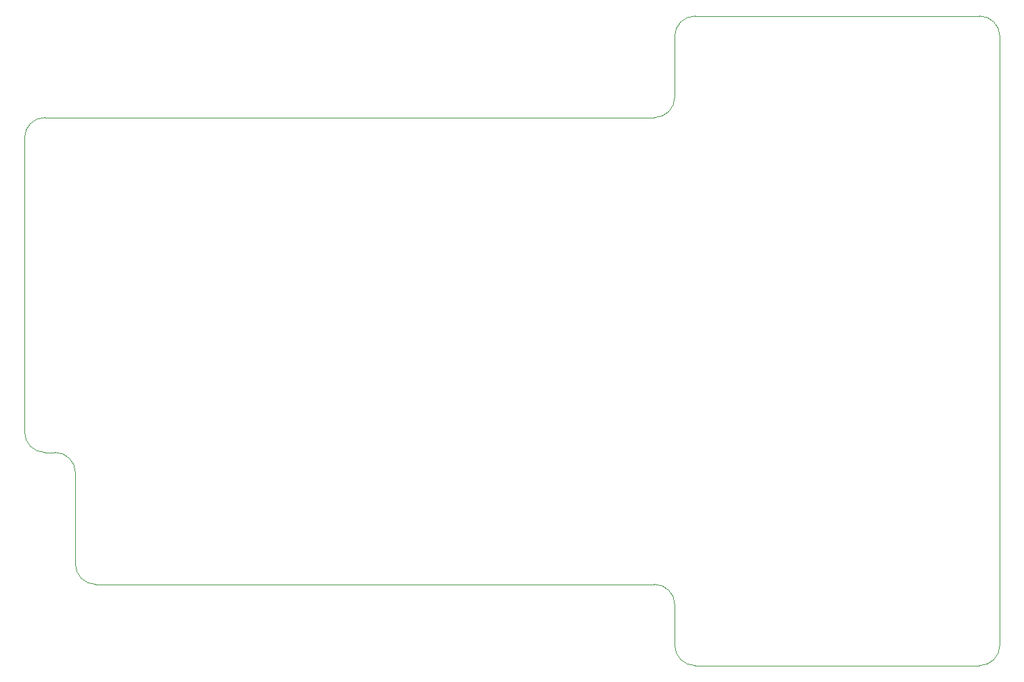
<source format=gbr>
%TF.GenerationSoftware,KiCad,Pcbnew,(5.1.7)-1*%
%TF.CreationDate,2022-07-04T22:32:29-03:00*%
%TF.ProjectId,progshield,70726f67-7368-4696-956c-642e6b696361,rev?*%
%TF.SameCoordinates,Original*%
%TF.FileFunction,Profile,NP*%
%FSLAX46Y46*%
G04 Gerber Fmt 4.6, Leading zero omitted, Abs format (unit mm)*
G04 Created by KiCad (PCBNEW (5.1.7)-1) date 2022-07-04 22:32:29*
%MOMM*%
%LPD*%
G01*
G04 APERTURE LIST*
%TA.AperFunction,Profile*%
%ADD10C,0.050000*%
%TD*%
G04 APERTURE END LIST*
D10*
X44450000Y-77470000D02*
X43180000Y-77470000D01*
X46990000Y-91440000D02*
X46990000Y-80010000D01*
X44450000Y-77470000D02*
G75*
G02*
X46990000Y-80010000I0J-2540000D01*
G01*
X43180000Y-77470000D02*
G75*
G02*
X40640000Y-74930000I0J2540000D01*
G01*
X49530000Y-93980000D02*
G75*
G02*
X46990000Y-91440000I0J2540000D01*
G01*
X119380000Y-93980000D02*
X49530000Y-93980000D01*
X40640000Y-38100000D02*
G75*
G02*
X43180000Y-35560000I2540000J0D01*
G01*
X119380000Y-35560000D02*
X43180000Y-35560000D01*
X160020000Y-22860000D02*
X124460000Y-22860000D01*
X160020000Y-22860000D02*
G75*
G02*
X162560000Y-25400000I0J-2540000D01*
G01*
X162560000Y-101600000D02*
X162560000Y-25400000D01*
X162560000Y-101600000D02*
G75*
G02*
X160020000Y-104140000I-2540000J0D01*
G01*
X124460000Y-104140000D02*
X160020000Y-104140000D01*
X119380000Y-93980000D02*
G75*
G02*
X121920000Y-96520000I0J-2540000D01*
G01*
X121920000Y-33020000D02*
G75*
G02*
X119380000Y-35560000I-2540000J0D01*
G01*
X121920000Y-25400000D02*
G75*
G02*
X124460000Y-22860000I2540000J0D01*
G01*
X124460000Y-104140000D02*
G75*
G02*
X121920000Y-101600000I0J2540000D01*
G01*
X121920000Y-33020000D02*
X121920000Y-25400000D01*
X121920000Y-96520000D02*
X121920000Y-101600000D01*
X40640000Y-38100000D02*
X40640000Y-74930000D01*
M02*

</source>
